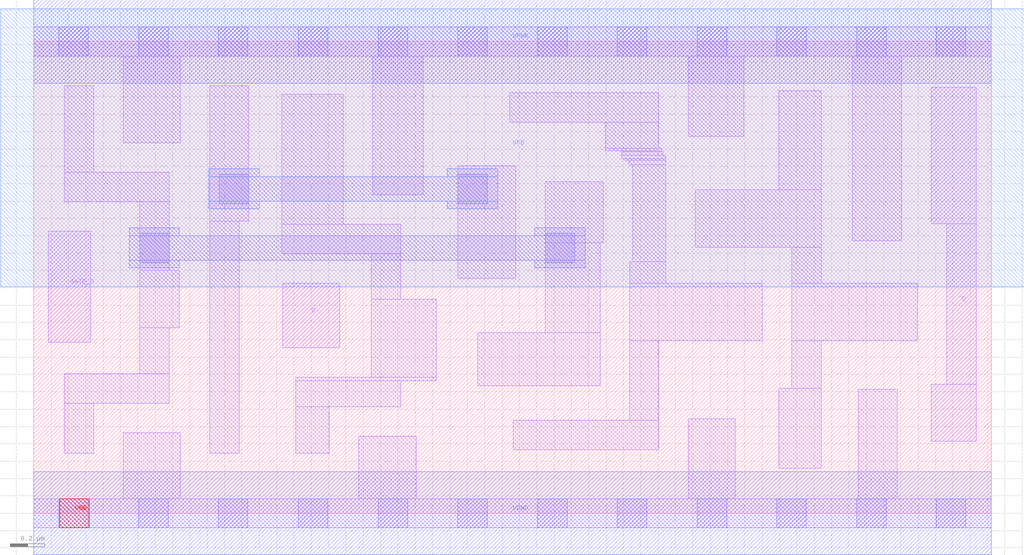
<source format=lef>
# Copyright 2020 The SkyWater PDK Authors
#
# Licensed under the Apache License, Version 2.0 (the "License");
# you may not use this file except in compliance with the License.
# You may obtain a copy of the License at
#
#     https://www.apache.org/licenses/LICENSE-2.0
#
# Unless required by applicable law or agreed to in writing, software
# distributed under the License is distributed on an "AS IS" BASIS,
# WITHOUT WARRANTIES OR CONDITIONS OF ANY KIND, either express or implied.
# See the License for the specific language governing permissions and
# limitations under the License.
#
# SPDX-License-Identifier: Apache-2.0

VERSION 5.7 ;
  NOWIREEXTENSIONATPIN ON ;
  DIVIDERCHAR "/" ;
  BUSBITCHARS "[]" ;
MACRO sky130_fd_sc_hd__dlxtn_1
  CLASS CORE ;
  FOREIGN sky130_fd_sc_hd__dlxtn_1 ;
  ORIGIN  0.000000  0.000000 ;
  SIZE  5.520000 BY  2.720000 ;
  SYMMETRY X Y R90 ;
  SITE unithd ;
  PIN D
    ANTENNAGATEAREA  0.159000 ;
    DIRECTION INPUT ;
    USE SIGNAL ;
    PORT
      LAYER li1 ;
        RECT 1.435000 0.955000 1.765000 1.325000 ;
    END
  END D
  PIN Q
    ANTENNADIFFAREA  0.429000 ;
    DIRECTION OUTPUT ;
    USE SIGNAL ;
    PORT
      LAYER li1 ;
        RECT 5.175000 0.415000 5.435000 0.745000 ;
        RECT 5.175000 1.670000 5.435000 2.455000 ;
        RECT 5.265000 0.745000 5.435000 1.670000 ;
    END
  END Q
  PIN GATE_N
    ANTENNAGATEAREA  0.159000 ;
    DIRECTION INPUT ;
    USE CLOCK ;
    PORT
      LAYER li1 ;
        RECT 0.085000 0.985000 0.330000 1.625000 ;
    END
  END GATE_N
  PIN VGND
    DIRECTION INOUT ;
    SHAPE ABUTMENT ;
    USE GROUND ;
    PORT
      LAYER met1 ;
        RECT 0.000000 -0.240000 5.520000 0.240000 ;
    END
  END VGND
  PIN VNB
    DIRECTION INOUT ;
    USE GROUND ;
    PORT
      LAYER pwell ;
        RECT 0.150000 -0.085000 0.320000 0.085000 ;
    END
  END VNB
  PIN VPB
    DIRECTION INOUT ;
    USE POWER ;
    PORT
      LAYER nwell ;
        RECT -0.190000 1.305000 5.710000 2.910000 ;
    END
  END VPB
  PIN VPWR
    DIRECTION INOUT ;
    SHAPE ABUTMENT ;
    USE POWER ;
    PORT
      LAYER met1 ;
        RECT 0.000000 2.480000 5.520000 2.960000 ;
    END
  END VPWR
  OBS
    LAYER li1 ;
      RECT 0.000000 -0.085000 5.520000 0.085000 ;
      RECT 0.000000  2.635000 5.520000 2.805000 ;
      RECT 0.175000  0.345000 0.345000 0.635000 ;
      RECT 0.175000  0.635000 0.780000 0.805000 ;
      RECT 0.175000  1.795000 0.780000 1.965000 ;
      RECT 0.175000  1.965000 0.345000 2.465000 ;
      RECT 0.515000  0.085000 0.845000 0.465000 ;
      RECT 0.515000  2.135000 0.845000 2.635000 ;
      RECT 0.610000  0.805000 0.780000 1.070000 ;
      RECT 0.610000  1.070000 0.840000 1.400000 ;
      RECT 0.610000  1.400000 0.780000 1.795000 ;
      RECT 1.015000  0.345000 1.185000 1.685000 ;
      RECT 1.015000  1.685000 1.240000 2.465000 ;
      RECT 1.430000  1.495000 2.115000 1.665000 ;
      RECT 1.430000  1.665000 1.785000 2.415000 ;
      RECT 1.510000  0.345000 1.705000 0.615000 ;
      RECT 1.510000  0.615000 2.115000 0.765000 ;
      RECT 1.510000  0.765000 2.320000 0.785000 ;
      RECT 1.875000  0.085000 2.205000 0.445000 ;
      RECT 1.945000  0.785000 2.320000 1.235000 ;
      RECT 1.945000  1.235000 2.115000 1.495000 ;
      RECT 1.955000  1.835000 2.245000 2.635000 ;
      RECT 2.445000  1.355000 2.780000 2.005000 ;
      RECT 2.560000  0.735000 3.265000 1.040000 ;
      RECT 2.745000  2.255000 3.605000 2.425000 ;
      RECT 2.765000  0.365000 3.605000 0.535000 ;
      RECT 2.950000  1.040000 3.265000 1.560000 ;
      RECT 2.950000  1.560000 3.285000 1.910000 ;
      RECT 3.295000  2.090000 3.620000 2.105000 ;
      RECT 3.295000  2.105000 3.605000 2.255000 ;
      RECT 3.390000  2.045000 3.645000 2.065000 ;
      RECT 3.390000  2.065000 3.630000 2.085000 ;
      RECT 3.390000  2.085000 3.620000 2.090000 ;
      RECT 3.405000  2.035000 3.645000 2.045000 ;
      RECT 3.430000  2.010000 3.645000 2.035000 ;
      RECT 3.435000  0.535000 3.605000 0.995000 ;
      RECT 3.435000  0.995000 4.200000 1.325000 ;
      RECT 3.435000  1.325000 3.645000 1.450000 ;
      RECT 3.455000  1.450000 3.645000 2.010000 ;
      RECT 3.775000  0.085000 4.045000 0.545000 ;
      RECT 3.775000  2.175000 4.095000 2.635000 ;
      RECT 3.815000  1.535000 4.540000 1.865000 ;
      RECT 4.295000  0.260000 4.540000 0.720000 ;
      RECT 4.295000  1.865000 4.540000 2.435000 ;
      RECT 4.370000  0.720000 4.540000 0.995000 ;
      RECT 4.370000  0.995000 5.095000 1.325000 ;
      RECT 4.370000  1.325000 4.540000 1.535000 ;
      RECT 4.720000  1.570000 5.005000 2.635000 ;
      RECT 4.755000  0.085000 4.980000 0.715000 ;
    LAYER mcon ;
      RECT 0.145000 -0.085000 0.315000 0.085000 ;
      RECT 0.145000  2.635000 0.315000 2.805000 ;
      RECT 0.605000 -0.085000 0.775000 0.085000 ;
      RECT 0.605000  2.635000 0.775000 2.805000 ;
      RECT 0.610000  1.445000 0.780000 1.615000 ;
      RECT 1.065000 -0.085000 1.235000 0.085000 ;
      RECT 1.065000  2.635000 1.235000 2.805000 ;
      RECT 1.070000  1.785000 1.240000 1.955000 ;
      RECT 1.525000 -0.085000 1.695000 0.085000 ;
      RECT 1.525000  2.635000 1.695000 2.805000 ;
      RECT 1.985000 -0.085000 2.155000 0.085000 ;
      RECT 1.985000  2.635000 2.155000 2.805000 ;
      RECT 2.445000 -0.085000 2.615000 0.085000 ;
      RECT 2.445000  1.785000 2.615000 1.955000 ;
      RECT 2.445000  2.635000 2.615000 2.805000 ;
      RECT 2.905000 -0.085000 3.075000 0.085000 ;
      RECT 2.905000  2.635000 3.075000 2.805000 ;
      RECT 2.950000  1.445000 3.120000 1.615000 ;
      RECT 3.365000 -0.085000 3.535000 0.085000 ;
      RECT 3.365000  2.635000 3.535000 2.805000 ;
      RECT 3.825000 -0.085000 3.995000 0.085000 ;
      RECT 3.825000  2.635000 3.995000 2.805000 ;
      RECT 4.285000 -0.085000 4.455000 0.085000 ;
      RECT 4.285000  2.635000 4.455000 2.805000 ;
      RECT 4.745000 -0.085000 4.915000 0.085000 ;
      RECT 4.745000  2.635000 4.915000 2.805000 ;
      RECT 5.205000 -0.085000 5.375000 0.085000 ;
      RECT 5.205000  2.635000 5.375000 2.805000 ;
    LAYER met1 ;
      RECT 0.550000 1.415000 0.840000 1.460000 ;
      RECT 0.550000 1.460000 3.180000 1.600000 ;
      RECT 0.550000 1.600000 0.840000 1.645000 ;
      RECT 1.010000 1.755000 1.300000 1.800000 ;
      RECT 1.010000 1.800000 2.675000 1.940000 ;
      RECT 1.010000 1.940000 1.300000 1.985000 ;
      RECT 2.385000 1.755000 2.675000 1.800000 ;
      RECT 2.385000 1.940000 2.675000 1.985000 ;
      RECT 2.890000 1.415000 3.180000 1.460000 ;
      RECT 2.890000 1.600000 3.180000 1.645000 ;
  END
END sky130_fd_sc_hd__dlxtn_1
END LIBRARY

</source>
